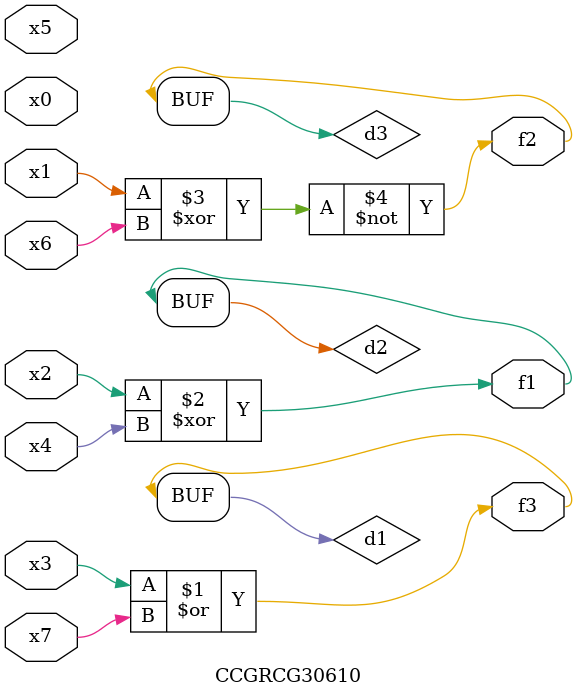
<source format=v>
module CCGRCG30610(
	input x0, x1, x2, x3, x4, x5, x6, x7,
	output f1, f2, f3
);

	wire d1, d2, d3;

	or (d1, x3, x7);
	xor (d2, x2, x4);
	xnor (d3, x1, x6);
	assign f1 = d2;
	assign f2 = d3;
	assign f3 = d1;
endmodule

</source>
